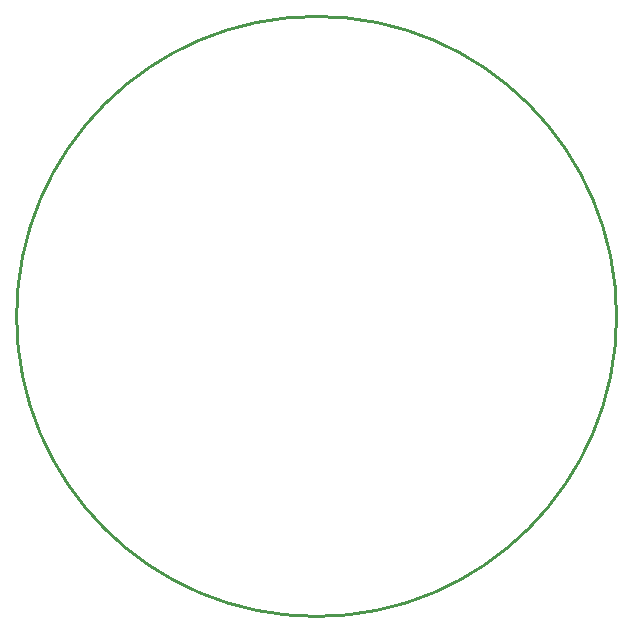
<source format=gko>
G04 Layer_Color=16711935*
%FSAX25Y25*%
%MOIN*%
G70*
G01*
G75*
%ADD30C,0.01000*%
D30*
X0609000Y0261500D02*
G03*
X0609000Y0261500I-0100000J0000000D01*
G01*
M02*

</source>
